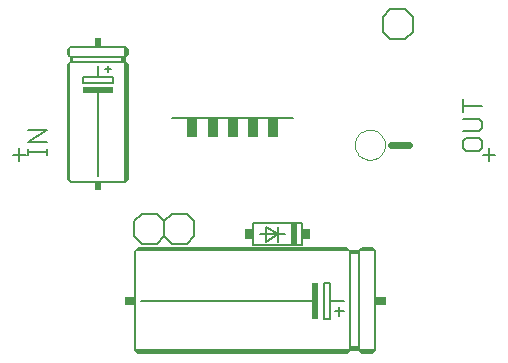
<source format=gto>
G75*
G70*
%OFA0B0*%
%FSLAX24Y24*%
%IPPOS*%
%LPD*%
%AMOC8*
5,1,8,0,0,1.08239X$1,22.5*
%
%ADD10C,0.0060*%
%ADD11C,0.0080*%
%ADD12R,0.0380X0.0660*%
%ADD13R,0.0200X0.0736*%
%ADD14R,0.0250X0.0335*%
%ADD15R,0.1000X0.0200*%
%ADD16C,0.0120*%
%ADD17R,0.0200X0.0300*%
%ADD18C,0.0040*%
%ADD19C,0.0240*%
%ADD20R,0.0200X0.1200*%
%ADD21R,0.0350X0.0300*%
D10*
X004559Y001301D02*
X011709Y001301D01*
X012009Y001301D01*
X012559Y001301D01*
X012559Y004601D01*
X012509Y004651D01*
X012059Y004651D01*
X012009Y004601D01*
X011709Y004601D01*
X011659Y004651D01*
X004609Y004651D01*
X004559Y004601D01*
X004559Y001301D01*
X004659Y001201D01*
X011609Y001201D01*
X011709Y001301D01*
X011709Y001401D01*
X011709Y004551D01*
X011709Y004581D01*
X012009Y004581D01*
X012009Y004551D01*
X011709Y004551D01*
X011709Y004581D02*
X011709Y004601D01*
X011659Y004651D02*
X011609Y004701D01*
X011609Y004681D01*
X004659Y004681D01*
X004659Y004701D02*
X004609Y004651D01*
X004659Y004701D02*
X011609Y004701D01*
X012009Y004601D02*
X012009Y004581D01*
X012009Y004551D02*
X012009Y001401D01*
X011709Y001401D01*
X012009Y001401D02*
X012009Y001301D01*
X012109Y001201D01*
X012459Y001201D01*
X012559Y001301D01*
X011359Y002451D02*
X011359Y002751D01*
X011509Y002601D02*
X011209Y002601D01*
X011059Y002351D02*
X010859Y002351D01*
X010859Y003551D01*
X011059Y003551D01*
X011059Y002951D01*
X011509Y002951D01*
X011059Y002951D02*
X011059Y002351D01*
X010509Y002951D02*
X004759Y002951D01*
X004765Y004856D02*
X005265Y004856D01*
X005515Y005106D01*
X005765Y004856D01*
X006265Y004856D01*
X006515Y005106D01*
X006515Y005606D01*
X006265Y005856D01*
X005765Y005856D01*
X005515Y005606D01*
X005515Y005106D01*
X005515Y005606D02*
X005265Y005856D01*
X004765Y005856D01*
X004515Y005606D01*
X004515Y005106D01*
X004765Y004856D01*
X004202Y006925D02*
X002402Y006925D01*
X002352Y006975D01*
X002302Y007025D01*
X002302Y010825D01*
X002322Y010825D01*
X002322Y007025D01*
X002352Y006975D02*
X002352Y010875D01*
X002302Y010825D01*
X002352Y010875D02*
X002402Y010925D01*
X002422Y010925D01*
X002422Y011075D01*
X002402Y011075D01*
X002352Y011125D01*
X002352Y011375D01*
X002302Y011325D01*
X002322Y011325D01*
X002322Y011175D01*
X002302Y011175D02*
X002302Y011325D01*
X002352Y011375D02*
X002402Y011425D01*
X004202Y011425D01*
X004202Y011075D01*
X004202Y010925D01*
X004202Y006925D01*
X004302Y007025D01*
X004302Y010825D01*
X004202Y010925D01*
X004102Y010925D01*
X002452Y010925D01*
X002452Y011075D01*
X002422Y011075D01*
X002402Y011075D02*
X002402Y010925D01*
X002422Y010925D02*
X002452Y010925D01*
X002452Y011075D02*
X004102Y011075D01*
X004102Y010925D01*
X004102Y011075D02*
X004202Y011075D01*
X004302Y011175D01*
X004302Y011325D01*
X004202Y011425D01*
X003652Y010775D02*
X003652Y010575D01*
X003752Y010675D02*
X003552Y010675D01*
X003302Y010775D02*
X003302Y010425D01*
X003802Y010425D01*
X003802Y010225D01*
X002802Y010225D01*
X002802Y010425D01*
X003302Y010425D01*
X003302Y009925D02*
X003302Y007125D01*
X001622Y007805D02*
X001622Y008019D01*
X001622Y007912D02*
X000982Y007912D01*
X000982Y007805D02*
X000982Y008019D01*
X000982Y008235D02*
X001622Y008662D01*
X000982Y008662D01*
X000982Y008235D02*
X001622Y008235D01*
X000909Y007826D02*
X000482Y007826D01*
X000696Y008039D02*
X000696Y007612D01*
X002352Y011125D02*
X002302Y011175D01*
X008483Y005537D02*
X008483Y004813D01*
X010122Y004813D01*
X010122Y005537D01*
X008483Y005537D01*
X008702Y005175D02*
X009302Y005175D01*
X009302Y005425D01*
X009302Y005175D02*
X009302Y004925D01*
X009302Y005175D02*
X008902Y004925D01*
X008902Y005425D01*
X009302Y005175D01*
X009552Y005175D01*
X012059Y004651D02*
X012109Y004701D01*
X012109Y004681D01*
X012459Y004681D01*
X012459Y004701D02*
X012509Y004651D01*
X012459Y004701D02*
X012109Y004701D01*
X015482Y008062D02*
X015589Y007955D01*
X016016Y007955D01*
X016122Y008062D01*
X016122Y008276D01*
X016016Y008382D01*
X015589Y008382D01*
X015482Y008276D01*
X015482Y008062D01*
X015482Y008600D02*
X016016Y008600D01*
X016122Y008707D01*
X016122Y008920D01*
X016016Y009027D01*
X015482Y009027D01*
X015482Y009244D02*
X015482Y009671D01*
X015482Y009458D02*
X016122Y009458D01*
X016346Y008039D02*
X016346Y007612D01*
X016559Y007826D02*
X016132Y007826D01*
X013552Y011675D02*
X013052Y011675D01*
X012802Y011925D01*
X012802Y012425D01*
X013052Y012675D01*
X013552Y012675D01*
X013802Y012425D01*
X013802Y011925D01*
X013552Y011675D01*
D11*
X009808Y009041D02*
X005797Y009041D01*
D12*
X006462Y008745D03*
X007132Y008745D03*
X007802Y008745D03*
X008472Y008745D03*
X009142Y008745D03*
D13*
X009852Y005181D03*
D14*
X010247Y005175D03*
X008358Y005175D03*
D15*
X003302Y009975D03*
D16*
X004252Y010825D02*
X004252Y007025D01*
X004152Y010975D02*
X004152Y011025D01*
X004252Y011175D02*
X004252Y011325D01*
X011759Y001351D02*
X011959Y001351D01*
X012109Y001251D02*
X012459Y001251D01*
X011609Y001251D02*
X004659Y001251D01*
D17*
X003302Y006775D03*
X003302Y011575D03*
D18*
X011877Y008156D02*
X011879Y008200D01*
X011885Y008244D01*
X011895Y008287D01*
X011908Y008329D01*
X011925Y008370D01*
X011946Y008409D01*
X011970Y008446D01*
X011997Y008481D01*
X012027Y008513D01*
X012060Y008543D01*
X012096Y008569D01*
X012133Y008593D01*
X012173Y008612D01*
X012214Y008629D01*
X012257Y008641D01*
X012300Y008650D01*
X012344Y008655D01*
X012388Y008656D01*
X012432Y008653D01*
X012476Y008646D01*
X012519Y008635D01*
X012561Y008621D01*
X012601Y008603D01*
X012640Y008581D01*
X012676Y008557D01*
X012710Y008529D01*
X012742Y008498D01*
X012771Y008464D01*
X012797Y008428D01*
X012819Y008390D01*
X012838Y008350D01*
X012853Y008308D01*
X012865Y008266D01*
X012873Y008222D01*
X012877Y008178D01*
X012877Y008134D01*
X012873Y008090D01*
X012865Y008046D01*
X012853Y008004D01*
X012838Y007962D01*
X012819Y007922D01*
X012797Y007884D01*
X012771Y007848D01*
X012742Y007814D01*
X012710Y007783D01*
X012676Y007755D01*
X012640Y007731D01*
X012601Y007709D01*
X012561Y007691D01*
X012519Y007677D01*
X012476Y007666D01*
X012432Y007659D01*
X012388Y007656D01*
X012344Y007657D01*
X012300Y007662D01*
X012257Y007671D01*
X012214Y007683D01*
X012173Y007700D01*
X012133Y007719D01*
X012096Y007743D01*
X012060Y007769D01*
X012027Y007799D01*
X011997Y007831D01*
X011970Y007866D01*
X011946Y007903D01*
X011925Y007942D01*
X011908Y007983D01*
X011895Y008025D01*
X011885Y008068D01*
X011879Y008112D01*
X011877Y008156D01*
D19*
X013077Y008156D02*
X013677Y008156D01*
D20*
X010559Y002951D03*
D21*
X004384Y002951D03*
X012734Y002951D03*
M02*

</source>
